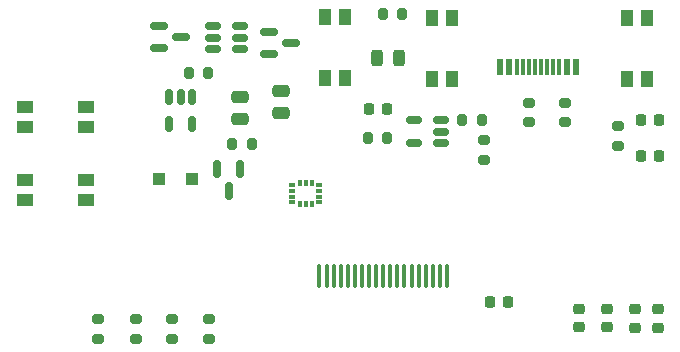
<source format=gbr>
%TF.GenerationSoftware,KiCad,Pcbnew,9.0.1*%
%TF.CreationDate,2025-11-02T14:12:38-06:00*%
%TF.ProjectId,OM-FlexGrid-Rigid-PCB,4f4d2d46-6c65-4784-9772-69642d526967,rev?*%
%TF.SameCoordinates,Original*%
%TF.FileFunction,Paste,Top*%
%TF.FilePolarity,Positive*%
%FSLAX46Y46*%
G04 Gerber Fmt 4.6, Leading zero omitted, Abs format (unit mm)*
G04 Created by KiCad (PCBNEW 9.0.1) date 2025-11-02 14:12:38*
%MOMM*%
%LPD*%
G01*
G04 APERTURE LIST*
G04 Aperture macros list*
%AMRoundRect*
0 Rectangle with rounded corners*
0 $1 Rounding radius*
0 $2 $3 $4 $5 $6 $7 $8 $9 X,Y pos of 4 corners*
0 Add a 4 corners polygon primitive as box body*
4,1,4,$2,$3,$4,$5,$6,$7,$8,$9,$2,$3,0*
0 Add four circle primitives for the rounded corners*
1,1,$1+$1,$2,$3*
1,1,$1+$1,$4,$5*
1,1,$1+$1,$6,$7*
1,1,$1+$1,$8,$9*
0 Add four rect primitives between the rounded corners*
20,1,$1+$1,$2,$3,$4,$5,0*
20,1,$1+$1,$4,$5,$6,$7,0*
20,1,$1+$1,$6,$7,$8,$9,0*
20,1,$1+$1,$8,$9,$2,$3,0*%
G04 Aperture macros list end*
%ADD10RoundRect,0.052500X0.122500X-0.947500X0.122500X0.947500X-0.122500X0.947500X-0.122500X-0.947500X0*%
%ADD11R,0.600000X0.300000*%
%ADD12R,0.300000X0.600000*%
%ADD13RoundRect,0.200000X-0.275000X0.200000X-0.275000X-0.200000X0.275000X-0.200000X0.275000X0.200000X0*%
%ADD14RoundRect,0.250000X-0.300000X-0.300000X0.300000X-0.300000X0.300000X0.300000X-0.300000X0.300000X0*%
%ADD15R,1.450000X1.000000*%
%ADD16RoundRect,0.150000X-0.150000X0.512500X-0.150000X-0.512500X0.150000X-0.512500X0.150000X0.512500X0*%
%ADD17RoundRect,0.200000X-0.200000X-0.275000X0.200000X-0.275000X0.200000X0.275000X-0.200000X0.275000X0*%
%ADD18RoundRect,0.225000X-0.225000X-0.250000X0.225000X-0.250000X0.225000X0.250000X-0.225000X0.250000X0*%
%ADD19RoundRect,0.150000X-0.587500X-0.150000X0.587500X-0.150000X0.587500X0.150000X-0.587500X0.150000X0*%
%ADD20RoundRect,0.200000X0.200000X0.275000X-0.200000X0.275000X-0.200000X-0.275000X0.200000X-0.275000X0*%
%ADD21RoundRect,0.225000X-0.250000X0.225000X-0.250000X-0.225000X0.250000X-0.225000X0.250000X0.225000X0*%
%ADD22RoundRect,0.150000X-0.512500X-0.150000X0.512500X-0.150000X0.512500X0.150000X-0.512500X0.150000X0*%
%ADD23R,1.000000X1.450000*%
%ADD24RoundRect,0.150000X-0.150000X0.587500X-0.150000X-0.587500X0.150000X-0.587500X0.150000X0.587500X0*%
%ADD25RoundRect,0.243750X0.243750X0.456250X-0.243750X0.456250X-0.243750X-0.456250X0.243750X-0.456250X0*%
%ADD26RoundRect,0.250000X-0.475000X0.250000X-0.475000X-0.250000X0.475000X-0.250000X0.475000X0.250000X0*%
%ADD27RoundRect,0.150000X0.512500X0.150000X-0.512500X0.150000X-0.512500X-0.150000X0.512500X-0.150000X0*%
%ADD28R,0.600000X1.450000*%
%ADD29R,0.300000X1.450000*%
%ADD30RoundRect,0.225000X0.225000X0.250000X-0.225000X0.250000X-0.225000X-0.250000X0.225000X-0.250000X0*%
%ADD31RoundRect,0.250000X0.475000X-0.250000X0.475000X0.250000X-0.475000X0.250000X-0.475000X-0.250000X0*%
%ADD32RoundRect,0.200000X0.275000X-0.200000X0.275000X0.200000X-0.275000X0.200000X-0.275000X-0.200000X0*%
G04 APERTURE END LIST*
D10*
%TO.C,J3*%
X179250000Y-122700000D03*
X179850000Y-122700000D03*
X180450000Y-122700000D03*
X181050000Y-122700000D03*
X181650000Y-122700000D03*
X182250000Y-122700000D03*
X182850000Y-122700000D03*
X183450000Y-122700000D03*
X184050000Y-122700000D03*
X184650000Y-122700000D03*
X185250000Y-122700000D03*
X185850000Y-122700000D03*
X186450000Y-122700000D03*
X187050000Y-122700000D03*
X187650000Y-122700000D03*
X188250000Y-122700000D03*
X188850000Y-122700000D03*
X189450000Y-122700000D03*
X190050000Y-122700000D03*
%TD*%
D11*
%TO.C,IC1*%
X176950000Y-114950000D03*
X176950000Y-115450000D03*
X176950000Y-115950000D03*
X176950000Y-116450000D03*
D12*
X177600000Y-116600000D03*
X178100000Y-116600000D03*
X178600000Y-116600000D03*
D11*
X179250000Y-116450000D03*
X179250000Y-115950000D03*
X179250000Y-115450000D03*
X179250000Y-114950000D03*
D12*
X178600000Y-114800000D03*
X178100000Y-114800000D03*
X177600000Y-114800000D03*
%TD*%
D13*
%TO.C,R14*%
X163700000Y-126350000D03*
X163700000Y-128000000D03*
%TD*%
D14*
%TO.C,D1*%
X165700000Y-114500000D03*
X168500000Y-114500000D03*
%TD*%
D15*
%TO.C,SELECT1*%
X154300000Y-116250000D03*
X154300000Y-114550000D03*
X159450000Y-116250000D03*
X159450000Y-114550000D03*
%TD*%
D16*
%TO.C,U3*%
X168450000Y-107500000D03*
X167500000Y-107500000D03*
X166550000Y-107500000D03*
X166550000Y-109775000D03*
X168450000Y-109775000D03*
%TD*%
D15*
%TO.C,MENU1*%
X154300000Y-110100000D03*
X154300000Y-108400000D03*
X159450000Y-110100000D03*
X159450000Y-108400000D03*
%TD*%
D17*
%TO.C,R5*%
X184600000Y-100500000D03*
X186250000Y-100500000D03*
%TD*%
D18*
%TO.C,C11*%
X193650000Y-124900000D03*
X195200000Y-124900000D03*
%TD*%
D13*
%TO.C,R2*%
X200000000Y-108000000D03*
X200000000Y-109650000D03*
%TD*%
D19*
%TO.C,Q3*%
X165625000Y-101500000D03*
X165625000Y-103400000D03*
X167500000Y-102450000D03*
%TD*%
D20*
%TO.C,R4*%
X185000000Y-111000000D03*
X183350000Y-111000000D03*
%TD*%
D21*
%TO.C,C15*%
X201200000Y-125450000D03*
X201200000Y-127000000D03*
%TD*%
D22*
%TO.C,MAX1*%
X170225000Y-101550000D03*
X170225000Y-102500000D03*
X170225000Y-103450000D03*
X172500000Y-103450000D03*
X172500000Y-102500000D03*
X172500000Y-101550000D03*
%TD*%
D23*
%TO.C,BOOT1*%
X205300000Y-100850000D03*
X207000000Y-100850000D03*
X205300000Y-106000000D03*
X207000000Y-106000000D03*
%TD*%
D24*
%TO.C,Q2*%
X172500000Y-113600000D03*
X170600000Y-113600000D03*
X171550000Y-115475000D03*
%TD*%
D13*
%TO.C,R1*%
X197000000Y-108000000D03*
X197000000Y-109650000D03*
%TD*%
D23*
%TO.C,SW_PWR1*%
X179750000Y-100750000D03*
X181450000Y-100750000D03*
X179750000Y-105900000D03*
X181450000Y-105900000D03*
%TD*%
D18*
%TO.C,C10*%
X206450000Y-112500000D03*
X208000000Y-112500000D03*
%TD*%
D25*
%TO.C,D2*%
X186000000Y-104250000D03*
X184125000Y-104250000D03*
%TD*%
D21*
%TO.C,C14*%
X203600000Y-125450000D03*
X203600000Y-127000000D03*
%TD*%
D13*
%TO.C,R8*%
X193175000Y-111175000D03*
X193175000Y-112825000D03*
%TD*%
D21*
%TO.C,C12*%
X207900000Y-125500000D03*
X207900000Y-127050000D03*
%TD*%
D18*
%TO.C,C8*%
X183450000Y-108500000D03*
X185000000Y-108500000D03*
%TD*%
D17*
%TO.C,R3*%
X168175000Y-105500000D03*
X169825000Y-105500000D03*
%TD*%
D26*
%TO.C,C7*%
X176000000Y-107000000D03*
X176000000Y-108900000D03*
%TD*%
D27*
%TO.C,U4*%
X189500000Y-111400000D03*
X189500000Y-110450000D03*
X189500000Y-109500000D03*
X187225000Y-109500000D03*
X187225000Y-111400000D03*
%TD*%
D23*
%TO.C,SW_RST1*%
X188800000Y-100850000D03*
X190500000Y-100850000D03*
X188800000Y-106000000D03*
X190500000Y-106000000D03*
%TD*%
D28*
%TO.C,J4*%
X201000000Y-105000000D03*
X200200000Y-105000000D03*
D29*
X199000000Y-105000000D03*
X198000000Y-105000000D03*
X197500000Y-105000000D03*
X196500000Y-105000000D03*
D28*
X195300000Y-105000000D03*
X194500000Y-105000000D03*
X194500000Y-105000000D03*
X195300000Y-105000000D03*
D29*
X196000000Y-105000000D03*
X197000000Y-105000000D03*
X198500000Y-105000000D03*
X199500000Y-105000000D03*
D28*
X200200000Y-105000000D03*
X201000000Y-105000000D03*
%TD*%
D30*
%TO.C,C5*%
X208000000Y-109500000D03*
X206450000Y-109500000D03*
%TD*%
D17*
%TO.C,R7*%
X191350000Y-109500000D03*
X193000000Y-109500000D03*
%TD*%
D31*
%TO.C,C6*%
X172500000Y-109400000D03*
X172500000Y-107500000D03*
%TD*%
D13*
%TO.C,R15*%
X160500000Y-126350000D03*
X160500000Y-128000000D03*
%TD*%
%TO.C,R12*%
X169900000Y-126350000D03*
X169900000Y-128000000D03*
%TD*%
D32*
%TO.C,R6*%
X204500000Y-111650000D03*
X204500000Y-110000000D03*
%TD*%
D13*
%TO.C,R13*%
X166800000Y-126350000D03*
X166800000Y-128000000D03*
%TD*%
D19*
%TO.C,D3*%
X175000000Y-102000000D03*
X175000000Y-103900000D03*
X176875000Y-102950000D03*
%TD*%
D17*
%TO.C,R9*%
X171850000Y-111500000D03*
X173500000Y-111500000D03*
%TD*%
D21*
%TO.C,C13*%
X205950000Y-125500000D03*
X205950000Y-127050000D03*
%TD*%
M02*

</source>
